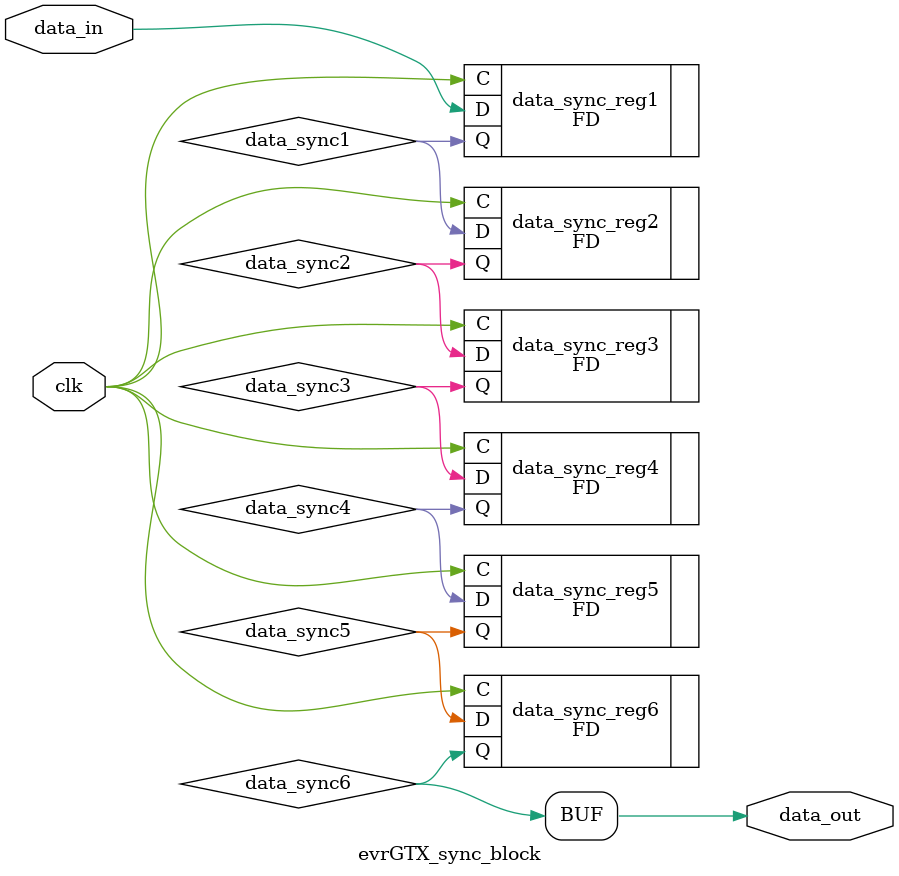
<source format=v>




`timescale 1ps / 1ps

//(* dont_touch = "yes" *)
module evrGTX_sync_block #(
  parameter INITIALISE = 6'b000000
)
(
  input        clk,              // clock to be sync'ed to
  input        data_in,          // Data to be 'synced'
  output       data_out          // synced data
);

  // Internal Signals
  wire data_sync1;
  wire data_sync2;
  wire data_sync3;
  wire data_sync4;
  wire data_sync5;
  wire data_sync6;


  (* shreg_extract = "no", ASYNC_REG = "TRUE" *)
  FD #(
    .INIT (INITIALISE[0])
  ) data_sync_reg1 (
    .C  (clk),
    .D  (data_in),
    .Q  (data_sync1)
  );


  (* shreg_extract = "no", ASYNC_REG = "TRUE" *)
  FD #(
   .INIT (INITIALISE[1])
  ) data_sync_reg2 (
  .C  (clk),
  .D  (data_sync1),
  .Q  (data_sync2)
  );


  (* shreg_extract = "no", ASYNC_REG = "TRUE" *)
  FD #(
   .INIT (INITIALISE[2])
  ) data_sync_reg3 (
  .C  (clk),
  .D  (data_sync2),
  .Q  (data_sync3)
  );

  (* shreg_extract = "no", ASYNC_REG = "TRUE" *)
  FD #(
   .INIT (INITIALISE[3])
  ) data_sync_reg4 (
  .C  (clk),
  .D  (data_sync3),
  .Q  (data_sync4)
  );

  (* shreg_extract = "no", ASYNC_REG = "TRUE" *)
  FD #(
   .INIT (INITIALISE[4])
  ) data_sync_reg5 (
  .C  (clk),
  .D  (data_sync4),
  .Q  (data_sync5)
  );

  (* shreg_extract = "no", ASYNC_REG = "TRUE" *)
  FD #(
   .INIT (INITIALISE[5])
  ) data_sync_reg6 (
  .C  (clk),
  .D  (data_sync5),
  .Q  (data_sync6)
  );
  assign data_out = data_sync6;



endmodule

</source>
